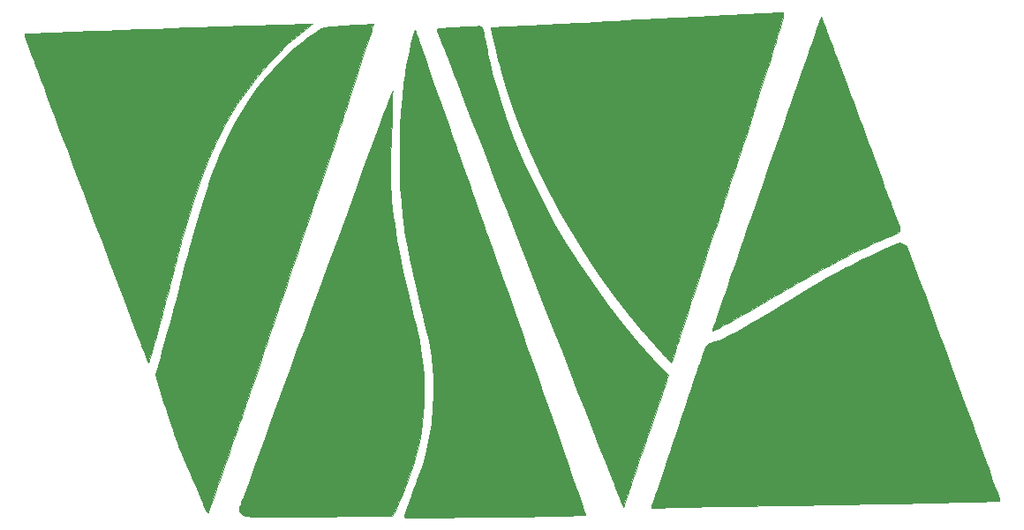
<source format=gbr>
G04 #@! TF.GenerationSoftware,KiCad,Pcbnew,5.0.0-fee4fd1~66~ubuntu16.04.1*
G04 #@! TF.CreationDate,2018-10-06T10:52:46+08:00*
G04 #@! TF.ProjectId,corners,636F726E6572732E6B696361645F7063,rev?*
G04 #@! TF.SameCoordinates,Original*
G04 #@! TF.FileFunction,Copper,L2,Bot,Signal*
G04 #@! TF.FilePolarity,Positive*
%FSLAX46Y46*%
G04 Gerber Fmt 4.6, Leading zero omitted, Abs format (unit mm)*
G04 Created by KiCad (PCBNEW 5.0.0-fee4fd1~66~ubuntu16.04.1) date Sat Oct  6 10:52:46 2018*
%MOMM*%
%LPD*%
G01*
G04 APERTURE LIST*
G04 #@! TA.AperFunction,EtchedComponent*
%ADD10C,0.010000*%
G04 #@! TD*
G04 APERTURE END LIST*
D10*
G04 #@! TO.C,*
G36*
X172884839Y-50821194D02*
X172904344Y-50865824D01*
X172951582Y-50985774D01*
X173025022Y-51176915D01*
X173123133Y-51435118D01*
X173244383Y-51756254D01*
X173387242Y-52136195D01*
X173550179Y-52570813D01*
X173731662Y-53055977D01*
X173930162Y-53587560D01*
X174144146Y-54161432D01*
X174372085Y-54773465D01*
X174612446Y-55419530D01*
X174863699Y-56095499D01*
X175124314Y-56797242D01*
X175392758Y-57520630D01*
X175667501Y-58261536D01*
X175947012Y-59015829D01*
X176229761Y-59779382D01*
X176514215Y-60548066D01*
X176798845Y-61317751D01*
X177082119Y-62084310D01*
X177362506Y-62843613D01*
X177638475Y-63591531D01*
X177908496Y-64323936D01*
X178171037Y-65036699D01*
X178424567Y-65725690D01*
X178667555Y-66386783D01*
X178898471Y-67015847D01*
X179115783Y-67608753D01*
X179317960Y-68161374D01*
X179503472Y-68669580D01*
X179523550Y-68724667D01*
X179657767Y-69090520D01*
X179788545Y-69442425D01*
X179911876Y-69769917D01*
X180023749Y-70062532D01*
X180120152Y-70309804D01*
X180197076Y-70501269D01*
X180250511Y-70626461D01*
X180260755Y-70648292D01*
X180363824Y-70903467D01*
X180400740Y-71118954D01*
X180368220Y-71300661D01*
X180262979Y-71454494D01*
X180081733Y-71586361D01*
X179821200Y-71702169D01*
X179642000Y-71761438D01*
X179426095Y-71835831D01*
X179142929Y-71947925D01*
X178799295Y-72094375D01*
X178401984Y-72271836D01*
X177957786Y-72476962D01*
X177473493Y-72706407D01*
X176955898Y-72956827D01*
X176411789Y-73224876D01*
X175847961Y-73507208D01*
X175271202Y-73800479D01*
X174688306Y-74101343D01*
X174106063Y-74406454D01*
X173531264Y-74712467D01*
X172970701Y-75016038D01*
X172436960Y-75310588D01*
X172197480Y-75444937D01*
X171892731Y-75617243D01*
X171530660Y-75822952D01*
X171119218Y-76057511D01*
X170666355Y-76316365D01*
X170180021Y-76594960D01*
X169668165Y-76888742D01*
X169138737Y-77193157D01*
X168599686Y-77503651D01*
X168058963Y-77815669D01*
X167524518Y-78124658D01*
X167511031Y-78132464D01*
X166745467Y-78574691D01*
X166037436Y-78981921D01*
X165388277Y-79353410D01*
X164799329Y-79688414D01*
X164271930Y-79986192D01*
X163807421Y-80245999D01*
X163407140Y-80467093D01*
X163072426Y-80648729D01*
X162804619Y-80790166D01*
X162605059Y-80890660D01*
X162475083Y-80949467D01*
X162416032Y-80965844D01*
X162412333Y-80962015D01*
X162426032Y-80913126D01*
X162466347Y-80787758D01*
X162532107Y-80589293D01*
X162622143Y-80321113D01*
X162735282Y-79986600D01*
X162870354Y-79589137D01*
X163026188Y-79132106D01*
X163201614Y-78618888D01*
X163395459Y-78052867D01*
X163606554Y-77437423D01*
X163833728Y-76775940D01*
X164075808Y-76071799D01*
X164331626Y-75328383D01*
X164600009Y-74549073D01*
X164879787Y-73737252D01*
X165169789Y-72896302D01*
X165468844Y-72029605D01*
X165775782Y-71140543D01*
X166089430Y-70232498D01*
X166408619Y-69308853D01*
X166732177Y-68372990D01*
X167058934Y-67428290D01*
X167387718Y-66478137D01*
X167717360Y-65525911D01*
X168046687Y-64574995D01*
X168374529Y-63628772D01*
X168699715Y-62690623D01*
X169021074Y-61763931D01*
X169337436Y-60852078D01*
X169647629Y-59958445D01*
X169950482Y-59086416D01*
X170244825Y-58239371D01*
X170529487Y-57420694D01*
X170803297Y-56633767D01*
X171065083Y-55881971D01*
X171313675Y-55168688D01*
X171547903Y-54497302D01*
X171766594Y-53871193D01*
X171968579Y-53293745D01*
X172152687Y-52768339D01*
X172317745Y-52298357D01*
X172462585Y-51887182D01*
X172586034Y-51538196D01*
X172686922Y-51254780D01*
X172764078Y-51040318D01*
X172816330Y-50898190D01*
X172842509Y-50831780D01*
X172845014Y-50827208D01*
X172883700Y-50820063D01*
X172884839Y-50821194D01*
X172884839Y-50821194D01*
G37*
X172884839Y-50821194D02*
X172904344Y-50865824D01*
X172951582Y-50985774D01*
X173025022Y-51176915D01*
X173123133Y-51435118D01*
X173244383Y-51756254D01*
X173387242Y-52136195D01*
X173550179Y-52570813D01*
X173731662Y-53055977D01*
X173930162Y-53587560D01*
X174144146Y-54161432D01*
X174372085Y-54773465D01*
X174612446Y-55419530D01*
X174863699Y-56095499D01*
X175124314Y-56797242D01*
X175392758Y-57520630D01*
X175667501Y-58261536D01*
X175947012Y-59015829D01*
X176229761Y-59779382D01*
X176514215Y-60548066D01*
X176798845Y-61317751D01*
X177082119Y-62084310D01*
X177362506Y-62843613D01*
X177638475Y-63591531D01*
X177908496Y-64323936D01*
X178171037Y-65036699D01*
X178424567Y-65725690D01*
X178667555Y-66386783D01*
X178898471Y-67015847D01*
X179115783Y-67608753D01*
X179317960Y-68161374D01*
X179503472Y-68669580D01*
X179523550Y-68724667D01*
X179657767Y-69090520D01*
X179788545Y-69442425D01*
X179911876Y-69769917D01*
X180023749Y-70062532D01*
X180120152Y-70309804D01*
X180197076Y-70501269D01*
X180250511Y-70626461D01*
X180260755Y-70648292D01*
X180363824Y-70903467D01*
X180400740Y-71118954D01*
X180368220Y-71300661D01*
X180262979Y-71454494D01*
X180081733Y-71586361D01*
X179821200Y-71702169D01*
X179642000Y-71761438D01*
X179426095Y-71835831D01*
X179142929Y-71947925D01*
X178799295Y-72094375D01*
X178401984Y-72271836D01*
X177957786Y-72476962D01*
X177473493Y-72706407D01*
X176955898Y-72956827D01*
X176411789Y-73224876D01*
X175847961Y-73507208D01*
X175271202Y-73800479D01*
X174688306Y-74101343D01*
X174106063Y-74406454D01*
X173531264Y-74712467D01*
X172970701Y-75016038D01*
X172436960Y-75310588D01*
X172197480Y-75444937D01*
X171892731Y-75617243D01*
X171530660Y-75822952D01*
X171119218Y-76057511D01*
X170666355Y-76316365D01*
X170180021Y-76594960D01*
X169668165Y-76888742D01*
X169138737Y-77193157D01*
X168599686Y-77503651D01*
X168058963Y-77815669D01*
X167524518Y-78124658D01*
X167511031Y-78132464D01*
X166745467Y-78574691D01*
X166037436Y-78981921D01*
X165388277Y-79353410D01*
X164799329Y-79688414D01*
X164271930Y-79986192D01*
X163807421Y-80245999D01*
X163407140Y-80467093D01*
X163072426Y-80648729D01*
X162804619Y-80790166D01*
X162605059Y-80890660D01*
X162475083Y-80949467D01*
X162416032Y-80965844D01*
X162412333Y-80962015D01*
X162426032Y-80913126D01*
X162466347Y-80787758D01*
X162532107Y-80589293D01*
X162622143Y-80321113D01*
X162735282Y-79986600D01*
X162870354Y-79589137D01*
X163026188Y-79132106D01*
X163201614Y-78618888D01*
X163395459Y-78052867D01*
X163606554Y-77437423D01*
X163833728Y-76775940D01*
X164075808Y-76071799D01*
X164331626Y-75328383D01*
X164600009Y-74549073D01*
X164879787Y-73737252D01*
X165169789Y-72896302D01*
X165468844Y-72029605D01*
X165775782Y-71140543D01*
X166089430Y-70232498D01*
X166408619Y-69308853D01*
X166732177Y-68372990D01*
X167058934Y-67428290D01*
X167387718Y-66478137D01*
X167717360Y-65525911D01*
X168046687Y-64574995D01*
X168374529Y-63628772D01*
X168699715Y-62690623D01*
X169021074Y-61763931D01*
X169337436Y-60852078D01*
X169647629Y-59958445D01*
X169950482Y-59086416D01*
X170244825Y-58239371D01*
X170529487Y-57420694D01*
X170803297Y-56633767D01*
X171065083Y-55881971D01*
X171313675Y-55168688D01*
X171547903Y-54497302D01*
X171766594Y-53871193D01*
X171968579Y-53293745D01*
X172152687Y-52768339D01*
X172317745Y-52298357D01*
X172462585Y-51887182D01*
X172586034Y-51538196D01*
X172686922Y-51254780D01*
X172764078Y-51040318D01*
X172816330Y-50898190D01*
X172842509Y-50831780D01*
X172845014Y-50827208D01*
X172883700Y-50820063D01*
X172884839Y-50821194D01*
G36*
X169172563Y-50390178D02*
X169227285Y-50459885D01*
X169243094Y-50583966D01*
X169242286Y-50636272D01*
X169227789Y-50720445D01*
X169188169Y-50881059D01*
X169124686Y-51114102D01*
X169038600Y-51415564D01*
X168931171Y-51781434D01*
X168803660Y-52207702D01*
X168657327Y-52690357D01*
X168493431Y-53225388D01*
X168313234Y-53808785D01*
X168117994Y-54436536D01*
X167908973Y-55104632D01*
X167687431Y-55809061D01*
X167454627Y-56545813D01*
X167211822Y-57310877D01*
X166960276Y-58100242D01*
X166701249Y-58909898D01*
X166436001Y-59735834D01*
X166165793Y-60574039D01*
X165891885Y-61420504D01*
X165615536Y-62271216D01*
X165338008Y-63122165D01*
X165060559Y-63969341D01*
X164889003Y-64491333D01*
X164820775Y-64698618D01*
X164728140Y-64980015D01*
X164613175Y-65329218D01*
X164477957Y-65739920D01*
X164324561Y-66205814D01*
X164155066Y-66720595D01*
X163971546Y-67277956D01*
X163776079Y-67871590D01*
X163570741Y-68495191D01*
X163357608Y-69142453D01*
X163138757Y-69807070D01*
X162916265Y-70482734D01*
X162692208Y-71163140D01*
X162672715Y-71222333D01*
X162304248Y-72341439D01*
X161961045Y-73384194D01*
X161641785Y-74354633D01*
X161345147Y-75256791D01*
X161069810Y-76094701D01*
X160814453Y-76872397D01*
X160577757Y-77593915D01*
X160358399Y-78263289D01*
X160155059Y-78884552D01*
X159966416Y-79461739D01*
X159791150Y-79998885D01*
X159627939Y-80500024D01*
X159475464Y-80969190D01*
X159332402Y-81410417D01*
X159197434Y-81827740D01*
X159069239Y-82225194D01*
X158996627Y-82450816D01*
X158884996Y-82796134D01*
X158780830Y-83114843D01*
X158687057Y-83398241D01*
X158606607Y-83637628D01*
X158542412Y-83824302D01*
X158497400Y-83949562D01*
X158474502Y-84004707D01*
X158472754Y-84006566D01*
X158438203Y-83976962D01*
X158355635Y-83894123D01*
X158234028Y-83767425D01*
X158082361Y-83606244D01*
X157909611Y-83419956D01*
X157875225Y-83382583D01*
X157484899Y-82955940D01*
X157135890Y-82569995D01*
X156810513Y-82204724D01*
X156491085Y-81840101D01*
X156159919Y-81456102D01*
X155799333Y-81032703D01*
X155784327Y-81014995D01*
X154306279Y-79212961D01*
X152891554Y-77371504D01*
X151541996Y-75493992D01*
X150259448Y-73583790D01*
X149045753Y-71644266D01*
X147902756Y-69678786D01*
X146832297Y-67690719D01*
X145836222Y-65683431D01*
X144916374Y-63660289D01*
X144074595Y-61624660D01*
X143312729Y-59579910D01*
X142632619Y-57529408D01*
X142277307Y-56342167D01*
X142188242Y-56025094D01*
X142093044Y-55673432D01*
X141993720Y-55295671D01*
X141892281Y-54900304D01*
X141790735Y-54495821D01*
X141691090Y-54090715D01*
X141595356Y-53693477D01*
X141505542Y-53312598D01*
X141423655Y-52956571D01*
X141351705Y-52633886D01*
X141291701Y-52353036D01*
X141245652Y-52122512D01*
X141215566Y-51950805D01*
X141203452Y-51846407D01*
X141206980Y-51817691D01*
X141251810Y-51812227D01*
X141371715Y-51803590D01*
X141557186Y-51792307D01*
X141798714Y-51778907D01*
X142086788Y-51763916D01*
X142411899Y-51747861D01*
X142764537Y-51731270D01*
X142769667Y-51731035D01*
X143344055Y-51704359D01*
X143941213Y-51675992D01*
X144566450Y-51645659D01*
X145225077Y-51613086D01*
X145922403Y-51577999D01*
X146663740Y-51540123D01*
X147454397Y-51499184D01*
X148299685Y-51454907D01*
X149204915Y-51407019D01*
X150175396Y-51355245D01*
X151216439Y-51299311D01*
X152333355Y-51238942D01*
X153077833Y-51198538D01*
X154152158Y-51140194D01*
X155147289Y-51086248D01*
X156068570Y-51036418D01*
X156921345Y-50990420D01*
X157710956Y-50947973D01*
X158442747Y-50908794D01*
X159122062Y-50872599D01*
X159754243Y-50839106D01*
X160344636Y-50808033D01*
X160898582Y-50779096D01*
X161421426Y-50752013D01*
X161918511Y-50726501D01*
X162395180Y-50702277D01*
X162856778Y-50679059D01*
X163308646Y-50656563D01*
X163491833Y-50647509D01*
X163965465Y-50624142D01*
X164493069Y-50598107D01*
X165050298Y-50570606D01*
X165612804Y-50542842D01*
X166156240Y-50516014D01*
X166656256Y-50491326D01*
X166963167Y-50476169D01*
X167343633Y-50457129D01*
X167706047Y-50438519D01*
X168039750Y-50420922D01*
X168334079Y-50404918D01*
X168578375Y-50391091D01*
X168761977Y-50380023D01*
X168874223Y-50372294D01*
X168889333Y-50371004D01*
X169064667Y-50364124D01*
X169172563Y-50390178D01*
X169172563Y-50390178D01*
G37*
X169172563Y-50390178D02*
X169227285Y-50459885D01*
X169243094Y-50583966D01*
X169242286Y-50636272D01*
X169227789Y-50720445D01*
X169188169Y-50881059D01*
X169124686Y-51114102D01*
X169038600Y-51415564D01*
X168931171Y-51781434D01*
X168803660Y-52207702D01*
X168657327Y-52690357D01*
X168493431Y-53225388D01*
X168313234Y-53808785D01*
X168117994Y-54436536D01*
X167908973Y-55104632D01*
X167687431Y-55809061D01*
X167454627Y-56545813D01*
X167211822Y-57310877D01*
X166960276Y-58100242D01*
X166701249Y-58909898D01*
X166436001Y-59735834D01*
X166165793Y-60574039D01*
X165891885Y-61420504D01*
X165615536Y-62271216D01*
X165338008Y-63122165D01*
X165060559Y-63969341D01*
X164889003Y-64491333D01*
X164820775Y-64698618D01*
X164728140Y-64980015D01*
X164613175Y-65329218D01*
X164477957Y-65739920D01*
X164324561Y-66205814D01*
X164155066Y-66720595D01*
X163971546Y-67277956D01*
X163776079Y-67871590D01*
X163570741Y-68495191D01*
X163357608Y-69142453D01*
X163138757Y-69807070D01*
X162916265Y-70482734D01*
X162692208Y-71163140D01*
X162672715Y-71222333D01*
X162304248Y-72341439D01*
X161961045Y-73384194D01*
X161641785Y-74354633D01*
X161345147Y-75256791D01*
X161069810Y-76094701D01*
X160814453Y-76872397D01*
X160577757Y-77593915D01*
X160358399Y-78263289D01*
X160155059Y-78884552D01*
X159966416Y-79461739D01*
X159791150Y-79998885D01*
X159627939Y-80500024D01*
X159475464Y-80969190D01*
X159332402Y-81410417D01*
X159197434Y-81827740D01*
X159069239Y-82225194D01*
X158996627Y-82450816D01*
X158884996Y-82796134D01*
X158780830Y-83114843D01*
X158687057Y-83398241D01*
X158606607Y-83637628D01*
X158542412Y-83824302D01*
X158497400Y-83949562D01*
X158474502Y-84004707D01*
X158472754Y-84006566D01*
X158438203Y-83976962D01*
X158355635Y-83894123D01*
X158234028Y-83767425D01*
X158082361Y-83606244D01*
X157909611Y-83419956D01*
X157875225Y-83382583D01*
X157484899Y-82955940D01*
X157135890Y-82569995D01*
X156810513Y-82204724D01*
X156491085Y-81840101D01*
X156159919Y-81456102D01*
X155799333Y-81032703D01*
X155784327Y-81014995D01*
X154306279Y-79212961D01*
X152891554Y-77371504D01*
X151541996Y-75493992D01*
X150259448Y-73583790D01*
X149045753Y-71644266D01*
X147902756Y-69678786D01*
X146832297Y-67690719D01*
X145836222Y-65683431D01*
X144916374Y-63660289D01*
X144074595Y-61624660D01*
X143312729Y-59579910D01*
X142632619Y-57529408D01*
X142277307Y-56342167D01*
X142188242Y-56025094D01*
X142093044Y-55673432D01*
X141993720Y-55295671D01*
X141892281Y-54900304D01*
X141790735Y-54495821D01*
X141691090Y-54090715D01*
X141595356Y-53693477D01*
X141505542Y-53312598D01*
X141423655Y-52956571D01*
X141351705Y-52633886D01*
X141291701Y-52353036D01*
X141245652Y-52122512D01*
X141215566Y-51950805D01*
X141203452Y-51846407D01*
X141206980Y-51817691D01*
X141251810Y-51812227D01*
X141371715Y-51803590D01*
X141557186Y-51792307D01*
X141798714Y-51778907D01*
X142086788Y-51763916D01*
X142411899Y-51747861D01*
X142764537Y-51731270D01*
X142769667Y-51731035D01*
X143344055Y-51704359D01*
X143941213Y-51675992D01*
X144566450Y-51645659D01*
X145225077Y-51613086D01*
X145922403Y-51577999D01*
X146663740Y-51540123D01*
X147454397Y-51499184D01*
X148299685Y-51454907D01*
X149204915Y-51407019D01*
X150175396Y-51355245D01*
X151216439Y-51299311D01*
X152333355Y-51238942D01*
X153077833Y-51198538D01*
X154152158Y-51140194D01*
X155147289Y-51086248D01*
X156068570Y-51036418D01*
X156921345Y-50990420D01*
X157710956Y-50947973D01*
X158442747Y-50908794D01*
X159122062Y-50872599D01*
X159754243Y-50839106D01*
X160344636Y-50808033D01*
X160898582Y-50779096D01*
X161421426Y-50752013D01*
X161918511Y-50726501D01*
X162395180Y-50702277D01*
X162856778Y-50679059D01*
X163308646Y-50656563D01*
X163491833Y-50647509D01*
X163965465Y-50624142D01*
X164493069Y-50598107D01*
X165050298Y-50570606D01*
X165612804Y-50542842D01*
X166156240Y-50516014D01*
X166656256Y-50491326D01*
X166963167Y-50476169D01*
X167343633Y-50457129D01*
X167706047Y-50438519D01*
X168039750Y-50420922D01*
X168334079Y-50404918D01*
X168578375Y-50391091D01*
X168761977Y-50380023D01*
X168874223Y-50372294D01*
X168889333Y-50371004D01*
X169064667Y-50364124D01*
X169172563Y-50390178D01*
G36*
X124044908Y-51470985D02*
X124048315Y-51471594D01*
X124019785Y-51499088D01*
X123933716Y-51569488D01*
X123800236Y-51674809D01*
X123629472Y-51807068D01*
X123431553Y-51958282D01*
X123413315Y-51972123D01*
X122962004Y-52321469D01*
X122544539Y-52660637D01*
X122142868Y-53005477D01*
X121738941Y-53371843D01*
X121314708Y-53775586D01*
X120944191Y-54140512D01*
X119832486Y-55308724D01*
X118777968Y-56539271D01*
X117780870Y-57831839D01*
X116841428Y-59186114D01*
X115959873Y-60601783D01*
X115418906Y-61553118D01*
X114989646Y-62377727D01*
X114562246Y-63282665D01*
X114136497Y-64268492D01*
X113712193Y-65335764D01*
X113289126Y-66485042D01*
X112867089Y-67716882D01*
X112445875Y-69031843D01*
X112025276Y-70430484D01*
X111702768Y-71561000D01*
X111629106Y-71825525D01*
X111559855Y-72075629D01*
X111493034Y-72318819D01*
X111426665Y-72562602D01*
X111358767Y-72814485D01*
X111287360Y-73081975D01*
X111210466Y-73372579D01*
X111126103Y-73693804D01*
X111032293Y-74053156D01*
X110927055Y-74458143D01*
X110808411Y-74916272D01*
X110674379Y-75435049D01*
X110522981Y-76021982D01*
X110379822Y-76577500D01*
X110245486Y-77097611D01*
X110107091Y-77630980D01*
X109967748Y-78165766D01*
X109830568Y-78690129D01*
X109698662Y-79192230D01*
X109575140Y-79660227D01*
X109463114Y-80082281D01*
X109365694Y-80446552D01*
X109285991Y-80741201D01*
X109282689Y-80753298D01*
X109188471Y-81095337D01*
X109087877Y-81455189D01*
X108983618Y-81823620D01*
X108878403Y-82191400D01*
X108774942Y-82549297D01*
X108675944Y-82888077D01*
X108584119Y-83198510D01*
X108502177Y-83471363D01*
X108432827Y-83697404D01*
X108378780Y-83867401D01*
X108342744Y-83972122D01*
X108329051Y-84002393D01*
X108302742Y-83985763D01*
X108290658Y-83960142D01*
X108271915Y-83910492D01*
X108225876Y-83789104D01*
X108155351Y-83603375D01*
X108063151Y-83360701D01*
X107952088Y-83068477D01*
X107824970Y-82734099D01*
X107684610Y-82364962D01*
X107533817Y-81968464D01*
X107439691Y-81721000D01*
X106671665Y-79701502D01*
X105933755Y-77760349D01*
X105225705Y-75896854D01*
X104547257Y-74110329D01*
X103898154Y-72400090D01*
X103278137Y-70765449D01*
X102686950Y-69205719D01*
X102124335Y-67720215D01*
X101590034Y-66308250D01*
X101083791Y-64969138D01*
X100605347Y-63702191D01*
X100154445Y-62506724D01*
X99730828Y-61382049D01*
X99334237Y-60327482D01*
X98964417Y-59342334D01*
X98621109Y-58425920D01*
X98304055Y-57577553D01*
X98012999Y-56796547D01*
X97747682Y-56082215D01*
X97507848Y-55433871D01*
X97293238Y-54850828D01*
X97103596Y-54332400D01*
X96938663Y-53877901D01*
X96798183Y-53486643D01*
X96681898Y-53157940D01*
X96589550Y-52891107D01*
X96520882Y-52685456D01*
X96475636Y-52540301D01*
X96453556Y-52454955D01*
X96452836Y-52428907D01*
X96500875Y-52423273D01*
X96626956Y-52415000D01*
X96824507Y-52404376D01*
X97086954Y-52391688D01*
X97407724Y-52377223D01*
X97780243Y-52361268D01*
X98197938Y-52344110D01*
X98654236Y-52326037D01*
X99142564Y-52307335D01*
X99656347Y-52288293D01*
X99746207Y-52285026D01*
X100361414Y-52262693D01*
X101026049Y-52238514D01*
X101723706Y-52213088D01*
X102437978Y-52187017D01*
X103152458Y-52160898D01*
X103850741Y-52135333D01*
X104516420Y-52110921D01*
X105133088Y-52088262D01*
X105684339Y-52067956D01*
X105770333Y-52064782D01*
X107427808Y-52003941D01*
X109005026Y-51946772D01*
X110506308Y-51893127D01*
X111935978Y-51842859D01*
X113298359Y-51795819D01*
X114597772Y-51751861D01*
X115838541Y-51710836D01*
X117024989Y-51672598D01*
X118161438Y-51636997D01*
X119252211Y-51603888D01*
X119359333Y-51600696D01*
X119837764Y-51586464D01*
X120333277Y-51571716D01*
X120831102Y-51556891D01*
X121316472Y-51542431D01*
X121774617Y-51528775D01*
X122190769Y-51516363D01*
X122550158Y-51505636D01*
X122809500Y-51497886D01*
X123122676Y-51488875D01*
X123407134Y-51481375D01*
X123652231Y-51475609D01*
X123847322Y-51471805D01*
X123981762Y-51470188D01*
X124044908Y-51470985D01*
X124044908Y-51470985D01*
G37*
X124044908Y-51470985D02*
X124048315Y-51471594D01*
X124019785Y-51499088D01*
X123933716Y-51569488D01*
X123800236Y-51674809D01*
X123629472Y-51807068D01*
X123431553Y-51958282D01*
X123413315Y-51972123D01*
X122962004Y-52321469D01*
X122544539Y-52660637D01*
X122142868Y-53005477D01*
X121738941Y-53371843D01*
X121314708Y-53775586D01*
X120944191Y-54140512D01*
X119832486Y-55308724D01*
X118777968Y-56539271D01*
X117780870Y-57831839D01*
X116841428Y-59186114D01*
X115959873Y-60601783D01*
X115418906Y-61553118D01*
X114989646Y-62377727D01*
X114562246Y-63282665D01*
X114136497Y-64268492D01*
X113712193Y-65335764D01*
X113289126Y-66485042D01*
X112867089Y-67716882D01*
X112445875Y-69031843D01*
X112025276Y-70430484D01*
X111702768Y-71561000D01*
X111629106Y-71825525D01*
X111559855Y-72075629D01*
X111493034Y-72318819D01*
X111426665Y-72562602D01*
X111358767Y-72814485D01*
X111287360Y-73081975D01*
X111210466Y-73372579D01*
X111126103Y-73693804D01*
X111032293Y-74053156D01*
X110927055Y-74458143D01*
X110808411Y-74916272D01*
X110674379Y-75435049D01*
X110522981Y-76021982D01*
X110379822Y-76577500D01*
X110245486Y-77097611D01*
X110107091Y-77630980D01*
X109967748Y-78165766D01*
X109830568Y-78690129D01*
X109698662Y-79192230D01*
X109575140Y-79660227D01*
X109463114Y-80082281D01*
X109365694Y-80446552D01*
X109285991Y-80741201D01*
X109282689Y-80753298D01*
X109188471Y-81095337D01*
X109087877Y-81455189D01*
X108983618Y-81823620D01*
X108878403Y-82191400D01*
X108774942Y-82549297D01*
X108675944Y-82888077D01*
X108584119Y-83198510D01*
X108502177Y-83471363D01*
X108432827Y-83697404D01*
X108378780Y-83867401D01*
X108342744Y-83972122D01*
X108329051Y-84002393D01*
X108302742Y-83985763D01*
X108290658Y-83960142D01*
X108271915Y-83910492D01*
X108225876Y-83789104D01*
X108155351Y-83603375D01*
X108063151Y-83360701D01*
X107952088Y-83068477D01*
X107824970Y-82734099D01*
X107684610Y-82364962D01*
X107533817Y-81968464D01*
X107439691Y-81721000D01*
X106671665Y-79701502D01*
X105933755Y-77760349D01*
X105225705Y-75896854D01*
X104547257Y-74110329D01*
X103898154Y-72400090D01*
X103278137Y-70765449D01*
X102686950Y-69205719D01*
X102124335Y-67720215D01*
X101590034Y-66308250D01*
X101083791Y-64969138D01*
X100605347Y-63702191D01*
X100154445Y-62506724D01*
X99730828Y-61382049D01*
X99334237Y-60327482D01*
X98964417Y-59342334D01*
X98621109Y-58425920D01*
X98304055Y-57577553D01*
X98012999Y-56796547D01*
X97747682Y-56082215D01*
X97507848Y-55433871D01*
X97293238Y-54850828D01*
X97103596Y-54332400D01*
X96938663Y-53877901D01*
X96798183Y-53486643D01*
X96681898Y-53157940D01*
X96589550Y-52891107D01*
X96520882Y-52685456D01*
X96475636Y-52540301D01*
X96453556Y-52454955D01*
X96452836Y-52428907D01*
X96500875Y-52423273D01*
X96626956Y-52415000D01*
X96824507Y-52404376D01*
X97086954Y-52391688D01*
X97407724Y-52377223D01*
X97780243Y-52361268D01*
X98197938Y-52344110D01*
X98654236Y-52326037D01*
X99142564Y-52307335D01*
X99656347Y-52288293D01*
X99746207Y-52285026D01*
X100361414Y-52262693D01*
X101026049Y-52238514D01*
X101723706Y-52213088D01*
X102437978Y-52187017D01*
X103152458Y-52160898D01*
X103850741Y-52135333D01*
X104516420Y-52110921D01*
X105133088Y-52088262D01*
X105684339Y-52067956D01*
X105770333Y-52064782D01*
X107427808Y-52003941D01*
X109005026Y-51946772D01*
X110506308Y-51893127D01*
X111935978Y-51842859D01*
X113298359Y-51795819D01*
X114597772Y-51751861D01*
X115838541Y-51710836D01*
X117024989Y-51672598D01*
X118161438Y-51636997D01*
X119252211Y-51603888D01*
X119359333Y-51600696D01*
X119837764Y-51586464D01*
X120333277Y-51571716D01*
X120831102Y-51556891D01*
X121316472Y-51542431D01*
X121774617Y-51528775D01*
X122190769Y-51516363D01*
X122550158Y-51505636D01*
X122809500Y-51497886D01*
X123122676Y-51488875D01*
X123407134Y-51481375D01*
X123652231Y-51475609D01*
X123847322Y-51471805D01*
X123981762Y-51470188D01*
X124044908Y-51470985D01*
G36*
X140148980Y-51687828D02*
X140233553Y-51699860D01*
X140234998Y-51700390D01*
X140335531Y-51778813D01*
X140366858Y-51862372D01*
X140385468Y-51960553D01*
X140419325Y-52129891D01*
X140465989Y-52358746D01*
X140523019Y-52635477D01*
X140587973Y-52948442D01*
X140658412Y-53286000D01*
X140731894Y-53636511D01*
X140805979Y-53988334D01*
X140878226Y-54329827D01*
X140946194Y-54649350D01*
X141007443Y-54935261D01*
X141059531Y-55175920D01*
X141100018Y-55359686D01*
X141101991Y-55368500D01*
X141191837Y-55746193D01*
X141306094Y-56189612D01*
X141440633Y-56684773D01*
X141591320Y-57217692D01*
X141754025Y-57774385D01*
X141924615Y-58340868D01*
X142098960Y-58903157D01*
X142272927Y-59447268D01*
X142442385Y-59959217D01*
X142557730Y-60295604D01*
X143331137Y-62387089D01*
X144186777Y-64463159D01*
X145123241Y-66521543D01*
X146139121Y-68559968D01*
X147233010Y-70576162D01*
X148403499Y-72567855D01*
X149649180Y-74532773D01*
X150968645Y-76468645D01*
X152360486Y-78373199D01*
X153823296Y-80244163D01*
X155355666Y-82079265D01*
X156956187Y-83876234D01*
X157601502Y-84569347D01*
X158191468Y-85195194D01*
X158072894Y-85585347D01*
X158022005Y-85747587D01*
X157948553Y-85973535D01*
X157852032Y-86264677D01*
X157731934Y-86622498D01*
X157587752Y-87048486D01*
X157418979Y-87544126D01*
X157225108Y-88110905D01*
X157005631Y-88750309D01*
X156760042Y-89463824D01*
X156487833Y-90252936D01*
X156188497Y-91119132D01*
X155902872Y-91944500D01*
X155716305Y-92484063D01*
X155527325Y-93032009D01*
X155339348Y-93578353D01*
X155155790Y-94113105D01*
X154980068Y-94626280D01*
X154815598Y-95107888D01*
X154665796Y-95547944D01*
X154534078Y-95936459D01*
X154423861Y-96263446D01*
X154349898Y-96484750D01*
X154242424Y-96806973D01*
X154143197Y-97102093D01*
X154055383Y-97360873D01*
X153982150Y-97574077D01*
X153926665Y-97732469D01*
X153892095Y-97826812D01*
X153881719Y-97850000D01*
X153860926Y-97813458D01*
X153818216Y-97716119D01*
X153761537Y-97576410D01*
X153740258Y-97521917D01*
X153700492Y-97419993D01*
X153632971Y-97247976D01*
X153541098Y-97014494D01*
X153428276Y-96728179D01*
X153297909Y-96397660D01*
X153153400Y-96031569D01*
X152998152Y-95638536D01*
X152835569Y-95227190D01*
X152759505Y-95034833D01*
X152165991Y-93532422D01*
X151543923Y-91954422D01*
X150893183Y-90300532D01*
X150213655Y-88570455D01*
X149505221Y-86763890D01*
X148767765Y-84880538D01*
X148001169Y-82920100D01*
X147205316Y-80882277D01*
X146380090Y-78766769D01*
X145525373Y-76573277D01*
X144641048Y-74301501D01*
X143726999Y-71951143D01*
X142783107Y-69521903D01*
X142761201Y-69465500D01*
X142146033Y-67881460D01*
X141561418Y-66375844D01*
X141007175Y-64948185D01*
X140483122Y-63598014D01*
X139989079Y-62324865D01*
X139524864Y-61128269D01*
X139090298Y-60007760D01*
X138685198Y-58962869D01*
X138309383Y-57993129D01*
X137962674Y-57098072D01*
X137644888Y-56277231D01*
X137355846Y-55530138D01*
X137095365Y-54856325D01*
X136863265Y-54255326D01*
X136659365Y-53726672D01*
X136483483Y-53269896D01*
X136335440Y-52884530D01*
X136215054Y-52570106D01*
X136122143Y-52326158D01*
X136056528Y-52152216D01*
X136018027Y-52047815D01*
X136006521Y-52013583D01*
X136006805Y-51941143D01*
X136065118Y-51918670D01*
X136086648Y-51918101D01*
X136156536Y-51914497D01*
X136297348Y-51904522D01*
X136495669Y-51889225D01*
X136738082Y-51869656D01*
X137011171Y-51846864D01*
X137160500Y-51834117D01*
X137577475Y-51800151D01*
X137995204Y-51769657D01*
X138404265Y-51743044D01*
X138795236Y-51720723D01*
X139158696Y-51703102D01*
X139485222Y-51690593D01*
X139765393Y-51683604D01*
X139989786Y-51682546D01*
X140148980Y-51687828D01*
X140148980Y-51687828D01*
G37*
X140148980Y-51687828D02*
X140233553Y-51699860D01*
X140234998Y-51700390D01*
X140335531Y-51778813D01*
X140366858Y-51862372D01*
X140385468Y-51960553D01*
X140419325Y-52129891D01*
X140465989Y-52358746D01*
X140523019Y-52635477D01*
X140587973Y-52948442D01*
X140658412Y-53286000D01*
X140731894Y-53636511D01*
X140805979Y-53988334D01*
X140878226Y-54329827D01*
X140946194Y-54649350D01*
X141007443Y-54935261D01*
X141059531Y-55175920D01*
X141100018Y-55359686D01*
X141101991Y-55368500D01*
X141191837Y-55746193D01*
X141306094Y-56189612D01*
X141440633Y-56684773D01*
X141591320Y-57217692D01*
X141754025Y-57774385D01*
X141924615Y-58340868D01*
X142098960Y-58903157D01*
X142272927Y-59447268D01*
X142442385Y-59959217D01*
X142557730Y-60295604D01*
X143331137Y-62387089D01*
X144186777Y-64463159D01*
X145123241Y-66521543D01*
X146139121Y-68559968D01*
X147233010Y-70576162D01*
X148403499Y-72567855D01*
X149649180Y-74532773D01*
X150968645Y-76468645D01*
X152360486Y-78373199D01*
X153823296Y-80244163D01*
X155355666Y-82079265D01*
X156956187Y-83876234D01*
X157601502Y-84569347D01*
X158191468Y-85195194D01*
X158072894Y-85585347D01*
X158022005Y-85747587D01*
X157948553Y-85973535D01*
X157852032Y-86264677D01*
X157731934Y-86622498D01*
X157587752Y-87048486D01*
X157418979Y-87544126D01*
X157225108Y-88110905D01*
X157005631Y-88750309D01*
X156760042Y-89463824D01*
X156487833Y-90252936D01*
X156188497Y-91119132D01*
X155902872Y-91944500D01*
X155716305Y-92484063D01*
X155527325Y-93032009D01*
X155339348Y-93578353D01*
X155155790Y-94113105D01*
X154980068Y-94626280D01*
X154815598Y-95107888D01*
X154665796Y-95547944D01*
X154534078Y-95936459D01*
X154423861Y-96263446D01*
X154349898Y-96484750D01*
X154242424Y-96806973D01*
X154143197Y-97102093D01*
X154055383Y-97360873D01*
X153982150Y-97574077D01*
X153926665Y-97732469D01*
X153892095Y-97826812D01*
X153881719Y-97850000D01*
X153860926Y-97813458D01*
X153818216Y-97716119D01*
X153761537Y-97576410D01*
X153740258Y-97521917D01*
X153700492Y-97419993D01*
X153632971Y-97247976D01*
X153541098Y-97014494D01*
X153428276Y-96728179D01*
X153297909Y-96397660D01*
X153153400Y-96031569D01*
X152998152Y-95638536D01*
X152835569Y-95227190D01*
X152759505Y-95034833D01*
X152165991Y-93532422D01*
X151543923Y-91954422D01*
X150893183Y-90300532D01*
X150213655Y-88570455D01*
X149505221Y-86763890D01*
X148767765Y-84880538D01*
X148001169Y-82920100D01*
X147205316Y-80882277D01*
X146380090Y-78766769D01*
X145525373Y-76573277D01*
X144641048Y-74301501D01*
X143726999Y-71951143D01*
X142783107Y-69521903D01*
X142761201Y-69465500D01*
X142146033Y-67881460D01*
X141561418Y-66375844D01*
X141007175Y-64948185D01*
X140483122Y-63598014D01*
X139989079Y-62324865D01*
X139524864Y-61128269D01*
X139090298Y-60007760D01*
X138685198Y-58962869D01*
X138309383Y-57993129D01*
X137962674Y-57098072D01*
X137644888Y-56277231D01*
X137355846Y-55530138D01*
X137095365Y-54856325D01*
X136863265Y-54255326D01*
X136659365Y-53726672D01*
X136483483Y-53269896D01*
X136335440Y-52884530D01*
X136215054Y-52570106D01*
X136122143Y-52326158D01*
X136056528Y-52152216D01*
X136018027Y-52047815D01*
X136006521Y-52013583D01*
X136006805Y-51941143D01*
X136065118Y-51918670D01*
X136086648Y-51918101D01*
X136156536Y-51914497D01*
X136297348Y-51904522D01*
X136495669Y-51889225D01*
X136738082Y-51869656D01*
X137011171Y-51846864D01*
X137160500Y-51834117D01*
X137577475Y-51800151D01*
X137995204Y-51769657D01*
X138404265Y-51743044D01*
X138795236Y-51720723D01*
X139158696Y-51703102D01*
X139485222Y-51690593D01*
X139765393Y-51683604D01*
X139989786Y-51682546D01*
X140148980Y-51687828D01*
G36*
X180703955Y-72636854D02*
X181060167Y-72769566D01*
X182107524Y-75604866D01*
X182452542Y-76539424D01*
X182802874Y-77489454D01*
X183157342Y-78451723D01*
X183514769Y-79422998D01*
X183873979Y-80400047D01*
X184233792Y-81379636D01*
X184593034Y-82358532D01*
X184950525Y-83333502D01*
X185305088Y-84301313D01*
X185655548Y-85258733D01*
X186000725Y-86202527D01*
X186339443Y-87129464D01*
X186670525Y-88036309D01*
X186992793Y-88919831D01*
X187305070Y-89776796D01*
X187606179Y-90603971D01*
X187894942Y-91398122D01*
X188170182Y-92156018D01*
X188430722Y-92874424D01*
X188675385Y-93550109D01*
X188902993Y-94179838D01*
X189112369Y-94760380D01*
X189302336Y-95288500D01*
X189471716Y-95760966D01*
X189619332Y-96174545D01*
X189744007Y-96526003D01*
X189844563Y-96812109D01*
X189919824Y-97029628D01*
X189968612Y-97175328D01*
X189989750Y-97245976D01*
X189990360Y-97252418D01*
X189940921Y-97260677D01*
X189809959Y-97270142D01*
X189600610Y-97280744D01*
X189316007Y-97292412D01*
X188959287Y-97305079D01*
X188533583Y-97318674D01*
X188042031Y-97333127D01*
X187487764Y-97348371D01*
X186873918Y-97364334D01*
X186203627Y-97380948D01*
X185480027Y-97398144D01*
X184706251Y-97415852D01*
X183885435Y-97434002D01*
X183020713Y-97452525D01*
X182115221Y-97471353D01*
X181172091Y-97490415D01*
X180194461Y-97509641D01*
X179185463Y-97528964D01*
X178148233Y-97548313D01*
X177085906Y-97567619D01*
X176001617Y-97586812D01*
X174898499Y-97605824D01*
X173779688Y-97624584D01*
X172648318Y-97643023D01*
X171577500Y-97659982D01*
X170464109Y-97677504D01*
X169367227Y-97695046D01*
X168291520Y-97712525D01*
X167241654Y-97729857D01*
X166222297Y-97746960D01*
X165238114Y-97763750D01*
X164293774Y-97780145D01*
X163393942Y-97796061D01*
X162543285Y-97811415D01*
X161746470Y-97826125D01*
X161008164Y-97840107D01*
X160333033Y-97853278D01*
X159725744Y-97865556D01*
X159190963Y-97876856D01*
X158733358Y-97887097D01*
X158496500Y-97892729D01*
X158042352Y-97903855D01*
X157665633Y-97913025D01*
X157359132Y-97920253D01*
X157115633Y-97925556D01*
X156927924Y-97928947D01*
X156788791Y-97930442D01*
X156691020Y-97930057D01*
X156627397Y-97927806D01*
X156590710Y-97923704D01*
X156573745Y-97917767D01*
X156569287Y-97910009D01*
X156570124Y-97900446D01*
X156570333Y-97896760D01*
X156583678Y-97847817D01*
X156621194Y-97730265D01*
X156679104Y-97555416D01*
X156753631Y-97334584D01*
X156840996Y-97079081D01*
X156913134Y-96870177D01*
X156967528Y-96711847D01*
X157046876Y-96478757D01*
X157149313Y-96176457D01*
X157272972Y-95810493D01*
X157415989Y-95386413D01*
X157576499Y-94909766D01*
X157752636Y-94386098D01*
X157942534Y-93820958D01*
X158144329Y-93219894D01*
X158356155Y-92588452D01*
X158576147Y-91932182D01*
X158802439Y-91256631D01*
X159033166Y-90567346D01*
X159195583Y-90081833D01*
X159426999Y-89390085D01*
X159654445Y-88710597D01*
X159876127Y-88048707D01*
X160090252Y-87409752D01*
X160295027Y-86799070D01*
X160488659Y-86222001D01*
X160669356Y-85683880D01*
X160835323Y-85190047D01*
X160984769Y-84745840D01*
X161115900Y-84356596D01*
X161226924Y-84027653D01*
X161316046Y-83764350D01*
X161381475Y-83572024D01*
X161413828Y-83477833D01*
X161499020Y-83228399D01*
X161573703Y-83003093D01*
X161633623Y-82815294D01*
X161674528Y-82678380D01*
X161692166Y-82605731D01*
X161692545Y-82600890D01*
X161725151Y-82511437D01*
X161809771Y-82397417D01*
X161926957Y-82279670D01*
X162057262Y-82179037D01*
X162120898Y-82141834D01*
X162232363Y-82095727D01*
X162399114Y-82039547D01*
X162593908Y-81982117D01*
X162704322Y-81952892D01*
X162904751Y-81900487D01*
X163094446Y-81847868D01*
X163245323Y-81802957D01*
X163301386Y-81784481D01*
X163433491Y-81728116D01*
X163635316Y-81627943D01*
X163904845Y-81485129D01*
X164240063Y-81300839D01*
X164638955Y-81076239D01*
X165099505Y-80812494D01*
X165619699Y-80510771D01*
X166197521Y-80172235D01*
X166830956Y-79798051D01*
X167517989Y-79389386D01*
X168256604Y-78947404D01*
X169044787Y-78473273D01*
X169482000Y-78209305D01*
X170275368Y-77730779D01*
X171003639Y-77293865D01*
X171673269Y-76894914D01*
X172290713Y-76530276D01*
X172862427Y-76196303D01*
X173394868Y-75889346D01*
X173894490Y-75605754D01*
X174367751Y-75341880D01*
X174821106Y-75094074D01*
X175261011Y-74858687D01*
X175693921Y-74632069D01*
X176126293Y-74410572D01*
X176564583Y-74190547D01*
X176784500Y-74081654D01*
X177548244Y-73711518D01*
X178270536Y-73374488D01*
X178943307Y-73074195D01*
X179558489Y-72814273D01*
X179920788Y-72669804D01*
X180347743Y-72504143D01*
X180703955Y-72636854D01*
X180703955Y-72636854D01*
G37*
X180703955Y-72636854D02*
X181060167Y-72769566D01*
X182107524Y-75604866D01*
X182452542Y-76539424D01*
X182802874Y-77489454D01*
X183157342Y-78451723D01*
X183514769Y-79422998D01*
X183873979Y-80400047D01*
X184233792Y-81379636D01*
X184593034Y-82358532D01*
X184950525Y-83333502D01*
X185305088Y-84301313D01*
X185655548Y-85258733D01*
X186000725Y-86202527D01*
X186339443Y-87129464D01*
X186670525Y-88036309D01*
X186992793Y-88919831D01*
X187305070Y-89776796D01*
X187606179Y-90603971D01*
X187894942Y-91398122D01*
X188170182Y-92156018D01*
X188430722Y-92874424D01*
X188675385Y-93550109D01*
X188902993Y-94179838D01*
X189112369Y-94760380D01*
X189302336Y-95288500D01*
X189471716Y-95760966D01*
X189619332Y-96174545D01*
X189744007Y-96526003D01*
X189844563Y-96812109D01*
X189919824Y-97029628D01*
X189968612Y-97175328D01*
X189989750Y-97245976D01*
X189990360Y-97252418D01*
X189940921Y-97260677D01*
X189809959Y-97270142D01*
X189600610Y-97280744D01*
X189316007Y-97292412D01*
X188959287Y-97305079D01*
X188533583Y-97318674D01*
X188042031Y-97333127D01*
X187487764Y-97348371D01*
X186873918Y-97364334D01*
X186203627Y-97380948D01*
X185480027Y-97398144D01*
X184706251Y-97415852D01*
X183885435Y-97434002D01*
X183020713Y-97452525D01*
X182115221Y-97471353D01*
X181172091Y-97490415D01*
X180194461Y-97509641D01*
X179185463Y-97528964D01*
X178148233Y-97548313D01*
X177085906Y-97567619D01*
X176001617Y-97586812D01*
X174898499Y-97605824D01*
X173779688Y-97624584D01*
X172648318Y-97643023D01*
X171577500Y-97659982D01*
X170464109Y-97677504D01*
X169367227Y-97695046D01*
X168291520Y-97712525D01*
X167241654Y-97729857D01*
X166222297Y-97746960D01*
X165238114Y-97763750D01*
X164293774Y-97780145D01*
X163393942Y-97796061D01*
X162543285Y-97811415D01*
X161746470Y-97826125D01*
X161008164Y-97840107D01*
X160333033Y-97853278D01*
X159725744Y-97865556D01*
X159190963Y-97876856D01*
X158733358Y-97887097D01*
X158496500Y-97892729D01*
X158042352Y-97903855D01*
X157665633Y-97913025D01*
X157359132Y-97920253D01*
X157115633Y-97925556D01*
X156927924Y-97928947D01*
X156788791Y-97930442D01*
X156691020Y-97930057D01*
X156627397Y-97927806D01*
X156590710Y-97923704D01*
X156573745Y-97917767D01*
X156569287Y-97910009D01*
X156570124Y-97900446D01*
X156570333Y-97896760D01*
X156583678Y-97847817D01*
X156621194Y-97730265D01*
X156679104Y-97555416D01*
X156753631Y-97334584D01*
X156840996Y-97079081D01*
X156913134Y-96870177D01*
X156967528Y-96711847D01*
X157046876Y-96478757D01*
X157149313Y-96176457D01*
X157272972Y-95810493D01*
X157415989Y-95386413D01*
X157576499Y-94909766D01*
X157752636Y-94386098D01*
X157942534Y-93820958D01*
X158144329Y-93219894D01*
X158356155Y-92588452D01*
X158576147Y-91932182D01*
X158802439Y-91256631D01*
X159033166Y-90567346D01*
X159195583Y-90081833D01*
X159426999Y-89390085D01*
X159654445Y-88710597D01*
X159876127Y-88048707D01*
X160090252Y-87409752D01*
X160295027Y-86799070D01*
X160488659Y-86222001D01*
X160669356Y-85683880D01*
X160835323Y-85190047D01*
X160984769Y-84745840D01*
X161115900Y-84356596D01*
X161226924Y-84027653D01*
X161316046Y-83764350D01*
X161381475Y-83572024D01*
X161413828Y-83477833D01*
X161499020Y-83228399D01*
X161573703Y-83003093D01*
X161633623Y-82815294D01*
X161674528Y-82678380D01*
X161692166Y-82605731D01*
X161692545Y-82600890D01*
X161725151Y-82511437D01*
X161809771Y-82397417D01*
X161926957Y-82279670D01*
X162057262Y-82179037D01*
X162120898Y-82141834D01*
X162232363Y-82095727D01*
X162399114Y-82039547D01*
X162593908Y-81982117D01*
X162704322Y-81952892D01*
X162904751Y-81900487D01*
X163094446Y-81847868D01*
X163245323Y-81802957D01*
X163301386Y-81784481D01*
X163433491Y-81728116D01*
X163635316Y-81627943D01*
X163904845Y-81485129D01*
X164240063Y-81300839D01*
X164638955Y-81076239D01*
X165099505Y-80812494D01*
X165619699Y-80510771D01*
X166197521Y-80172235D01*
X166830956Y-79798051D01*
X167517989Y-79389386D01*
X168256604Y-78947404D01*
X169044787Y-78473273D01*
X169482000Y-78209305D01*
X170275368Y-77730779D01*
X171003639Y-77293865D01*
X171673269Y-76894914D01*
X172290713Y-76530276D01*
X172862427Y-76196303D01*
X173394868Y-75889346D01*
X173894490Y-75605754D01*
X174367751Y-75341880D01*
X174821106Y-75094074D01*
X175261011Y-74858687D01*
X175693921Y-74632069D01*
X176126293Y-74410572D01*
X176564583Y-74190547D01*
X176784500Y-74081654D01*
X177548244Y-73711518D01*
X178270536Y-73374488D01*
X178943307Y-73074195D01*
X179558489Y-72814273D01*
X179920788Y-72669804D01*
X180347743Y-72504143D01*
X180703955Y-72636854D01*
G36*
X129792879Y-51502460D02*
X129883094Y-51508460D01*
X129900333Y-51515404D01*
X129887720Y-51560794D01*
X129851611Y-51678543D01*
X129794606Y-51860465D01*
X129719303Y-52098373D01*
X129628300Y-52384081D01*
X129524197Y-52709403D01*
X129409591Y-53066152D01*
X129310816Y-53372625D01*
X129176898Y-53787755D01*
X129022597Y-54266416D01*
X128853413Y-54791524D01*
X128674847Y-55345998D01*
X128492400Y-55912753D01*
X128311570Y-56474708D01*
X128137859Y-57014780D01*
X127979838Y-57506333D01*
X127831774Y-57964695D01*
X127661312Y-58488310D01*
X127473371Y-59062291D01*
X127272868Y-59671754D01*
X127064722Y-60301812D01*
X126853850Y-60937578D01*
X126645172Y-61564168D01*
X126443605Y-62166694D01*
X126254068Y-62730271D01*
X126245499Y-62755667D01*
X125696173Y-64383440D01*
X125173047Y-65933505D01*
X124675263Y-67408384D01*
X124201968Y-68810594D01*
X123752305Y-70142657D01*
X123325418Y-71407092D01*
X122920452Y-72606419D01*
X122536550Y-73743159D01*
X122172858Y-74819831D01*
X121828518Y-75838956D01*
X121502676Y-76803052D01*
X121194476Y-77714641D01*
X120903062Y-78576242D01*
X120627578Y-79390376D01*
X120367168Y-80159561D01*
X120120978Y-80886319D01*
X119888150Y-81573169D01*
X119667829Y-82222631D01*
X119459159Y-82837226D01*
X119261286Y-83419472D01*
X119073352Y-83971891D01*
X118894502Y-84497002D01*
X118723881Y-84997325D01*
X118560632Y-85475380D01*
X118403900Y-85933687D01*
X118252829Y-86374767D01*
X118106564Y-86801138D01*
X117964248Y-87215322D01*
X117825025Y-87619837D01*
X117688041Y-88017205D01*
X117552439Y-88409944D01*
X117417364Y-88800576D01*
X117281959Y-89191619D01*
X117145370Y-89585595D01*
X117006739Y-89985022D01*
X116865212Y-90392422D01*
X116719933Y-90810313D01*
X116656743Y-90992000D01*
X116318798Y-91962775D01*
X116001971Y-92871258D01*
X115706748Y-93716085D01*
X115433611Y-94495889D01*
X115183047Y-95209307D01*
X114955538Y-95854971D01*
X114751569Y-96431518D01*
X114571625Y-96937581D01*
X114416189Y-97371795D01*
X114285746Y-97732795D01*
X114180780Y-98019215D01*
X114101775Y-98229691D01*
X114049216Y-98362856D01*
X114023586Y-98417346D01*
X114023103Y-98417896D01*
X113985764Y-98407167D01*
X113933326Y-98329368D01*
X113904898Y-98269729D01*
X113858072Y-98162673D01*
X113785699Y-97998270D01*
X113696613Y-97796546D01*
X113599649Y-97577524D01*
X113570298Y-97511333D01*
X113456507Y-97252633D01*
X113315377Y-96928229D01*
X113152219Y-96550538D01*
X112972342Y-96131975D01*
X112781056Y-95684956D01*
X112583669Y-95221896D01*
X112385491Y-94755211D01*
X112191831Y-94297318D01*
X112008000Y-93860631D01*
X111950064Y-93722500D01*
X111749780Y-93242357D01*
X111567566Y-92800147D01*
X111400110Y-92386578D01*
X111244101Y-91992362D01*
X111096228Y-91608208D01*
X110953180Y-91224827D01*
X110811644Y-90832929D01*
X110668311Y-90423225D01*
X110519869Y-89986424D01*
X110363006Y-89513237D01*
X110194412Y-88994374D01*
X110010774Y-88420545D01*
X109808783Y-87782461D01*
X109628982Y-87210666D01*
X108993772Y-85186165D01*
X109225140Y-84416666D01*
X109345719Y-84008565D01*
X109483743Y-83528943D01*
X109636291Y-82988456D01*
X109800443Y-82397763D01*
X109973277Y-81767524D01*
X110151874Y-81108395D01*
X110333314Y-80431037D01*
X110514676Y-79746107D01*
X110693039Y-79064264D01*
X110717689Y-78969333D01*
X110916777Y-78201955D01*
X111096017Y-77511254D01*
X111256790Y-76891948D01*
X111400477Y-76338753D01*
X111528461Y-75846385D01*
X111642122Y-75409560D01*
X111742842Y-75022994D01*
X111832002Y-74681404D01*
X111910984Y-74379507D01*
X111981169Y-74112017D01*
X112043939Y-73873653D01*
X112100674Y-73659129D01*
X112152756Y-73463162D01*
X112201567Y-73280469D01*
X112248488Y-73105765D01*
X112294901Y-72933768D01*
X112316985Y-72852167D01*
X112890744Y-70802125D01*
X113481643Y-68825140D01*
X114088138Y-66926373D01*
X114102423Y-66883167D01*
X114456284Y-65856679D01*
X114820421Y-64889213D01*
X115205362Y-63955125D01*
X115621637Y-63028770D01*
X116040491Y-62163000D01*
X116666087Y-60965298D01*
X117312117Y-59840505D01*
X117985888Y-58777887D01*
X118694703Y-57766711D01*
X119445870Y-56796244D01*
X120246693Y-55855752D01*
X120592918Y-55474333D01*
X121148006Y-54900276D01*
X121750856Y-54325036D01*
X122385296Y-53762206D01*
X123035157Y-53225375D01*
X123684270Y-52728134D01*
X124316466Y-52284074D01*
X124632178Y-52079305D01*
X124760940Y-51999900D01*
X124874844Y-51936122D01*
X124986034Y-51885195D01*
X125106651Y-51844344D01*
X125248839Y-51810794D01*
X125424739Y-51781770D01*
X125646494Y-51754496D01*
X125926246Y-51726198D01*
X126276138Y-51694100D01*
X126344333Y-51687989D01*
X126670040Y-51660506D01*
X127021758Y-51633766D01*
X127390004Y-51608228D01*
X127765293Y-51584354D01*
X128138141Y-51562602D01*
X128499065Y-51543435D01*
X128838580Y-51527311D01*
X129147203Y-51514691D01*
X129415450Y-51506036D01*
X129633837Y-51501806D01*
X129792879Y-51502460D01*
X129792879Y-51502460D01*
G37*
X129792879Y-51502460D02*
X129883094Y-51508460D01*
X129900333Y-51515404D01*
X129887720Y-51560794D01*
X129851611Y-51678543D01*
X129794606Y-51860465D01*
X129719303Y-52098373D01*
X129628300Y-52384081D01*
X129524197Y-52709403D01*
X129409591Y-53066152D01*
X129310816Y-53372625D01*
X129176898Y-53787755D01*
X129022597Y-54266416D01*
X128853413Y-54791524D01*
X128674847Y-55345998D01*
X128492400Y-55912753D01*
X128311570Y-56474708D01*
X128137859Y-57014780D01*
X127979838Y-57506333D01*
X127831774Y-57964695D01*
X127661312Y-58488310D01*
X127473371Y-59062291D01*
X127272868Y-59671754D01*
X127064722Y-60301812D01*
X126853850Y-60937578D01*
X126645172Y-61564168D01*
X126443605Y-62166694D01*
X126254068Y-62730271D01*
X126245499Y-62755667D01*
X125696173Y-64383440D01*
X125173047Y-65933505D01*
X124675263Y-67408384D01*
X124201968Y-68810594D01*
X123752305Y-70142657D01*
X123325418Y-71407092D01*
X122920452Y-72606419D01*
X122536550Y-73743159D01*
X122172858Y-74819831D01*
X121828518Y-75838956D01*
X121502676Y-76803052D01*
X121194476Y-77714641D01*
X120903062Y-78576242D01*
X120627578Y-79390376D01*
X120367168Y-80159561D01*
X120120978Y-80886319D01*
X119888150Y-81573169D01*
X119667829Y-82222631D01*
X119459159Y-82837226D01*
X119261286Y-83419472D01*
X119073352Y-83971891D01*
X118894502Y-84497002D01*
X118723881Y-84997325D01*
X118560632Y-85475380D01*
X118403900Y-85933687D01*
X118252829Y-86374767D01*
X118106564Y-86801138D01*
X117964248Y-87215322D01*
X117825025Y-87619837D01*
X117688041Y-88017205D01*
X117552439Y-88409944D01*
X117417364Y-88800576D01*
X117281959Y-89191619D01*
X117145370Y-89585595D01*
X117006739Y-89985022D01*
X116865212Y-90392422D01*
X116719933Y-90810313D01*
X116656743Y-90992000D01*
X116318798Y-91962775D01*
X116001971Y-92871258D01*
X115706748Y-93716085D01*
X115433611Y-94495889D01*
X115183047Y-95209307D01*
X114955538Y-95854971D01*
X114751569Y-96431518D01*
X114571625Y-96937581D01*
X114416189Y-97371795D01*
X114285746Y-97732795D01*
X114180780Y-98019215D01*
X114101775Y-98229691D01*
X114049216Y-98362856D01*
X114023586Y-98417346D01*
X114023103Y-98417896D01*
X113985764Y-98407167D01*
X113933326Y-98329368D01*
X113904898Y-98269729D01*
X113858072Y-98162673D01*
X113785699Y-97998270D01*
X113696613Y-97796546D01*
X113599649Y-97577524D01*
X113570298Y-97511333D01*
X113456507Y-97252633D01*
X113315377Y-96928229D01*
X113152219Y-96550538D01*
X112972342Y-96131975D01*
X112781056Y-95684956D01*
X112583669Y-95221896D01*
X112385491Y-94755211D01*
X112191831Y-94297318D01*
X112008000Y-93860631D01*
X111950064Y-93722500D01*
X111749780Y-93242357D01*
X111567566Y-92800147D01*
X111400110Y-92386578D01*
X111244101Y-91992362D01*
X111096228Y-91608208D01*
X110953180Y-91224827D01*
X110811644Y-90832929D01*
X110668311Y-90423225D01*
X110519869Y-89986424D01*
X110363006Y-89513237D01*
X110194412Y-88994374D01*
X110010774Y-88420545D01*
X109808783Y-87782461D01*
X109628982Y-87210666D01*
X108993772Y-85186165D01*
X109225140Y-84416666D01*
X109345719Y-84008565D01*
X109483743Y-83528943D01*
X109636291Y-82988456D01*
X109800443Y-82397763D01*
X109973277Y-81767524D01*
X110151874Y-81108395D01*
X110333314Y-80431037D01*
X110514676Y-79746107D01*
X110693039Y-79064264D01*
X110717689Y-78969333D01*
X110916777Y-78201955D01*
X111096017Y-77511254D01*
X111256790Y-76891948D01*
X111400477Y-76338753D01*
X111528461Y-75846385D01*
X111642122Y-75409560D01*
X111742842Y-75022994D01*
X111832002Y-74681404D01*
X111910984Y-74379507D01*
X111981169Y-74112017D01*
X112043939Y-73873653D01*
X112100674Y-73659129D01*
X112152756Y-73463162D01*
X112201567Y-73280469D01*
X112248488Y-73105765D01*
X112294901Y-72933768D01*
X112316985Y-72852167D01*
X112890744Y-70802125D01*
X113481643Y-68825140D01*
X114088138Y-66926373D01*
X114102423Y-66883167D01*
X114456284Y-65856679D01*
X114820421Y-64889213D01*
X115205362Y-63955125D01*
X115621637Y-63028770D01*
X116040491Y-62163000D01*
X116666087Y-60965298D01*
X117312117Y-59840505D01*
X117985888Y-58777887D01*
X118694703Y-57766711D01*
X119445870Y-56796244D01*
X120246693Y-55855752D01*
X120592918Y-55474333D01*
X121148006Y-54900276D01*
X121750856Y-54325036D01*
X122385296Y-53762206D01*
X123035157Y-53225375D01*
X123684270Y-52728134D01*
X124316466Y-52284074D01*
X124632178Y-52079305D01*
X124760940Y-51999900D01*
X124874844Y-51936122D01*
X124986034Y-51885195D01*
X125106651Y-51844344D01*
X125248839Y-51810794D01*
X125424739Y-51781770D01*
X125646494Y-51754496D01*
X125926246Y-51726198D01*
X126276138Y-51694100D01*
X126344333Y-51687989D01*
X126670040Y-51660506D01*
X127021758Y-51633766D01*
X127390004Y-51608228D01*
X127765293Y-51584354D01*
X128138141Y-51562602D01*
X128499065Y-51543435D01*
X128838580Y-51527311D01*
X129147203Y-51514691D01*
X129415450Y-51506036D01*
X129633837Y-51501806D01*
X129792879Y-51502460D01*
G36*
X131760508Y-57909704D02*
X131744477Y-57984137D01*
X131742265Y-57993167D01*
X131735625Y-58059142D01*
X131728226Y-58201350D01*
X131720296Y-58411362D01*
X131712065Y-58680751D01*
X131703762Y-59001088D01*
X131695617Y-59363944D01*
X131687859Y-59760892D01*
X131680718Y-60183504D01*
X131678307Y-60342667D01*
X131670183Y-60831820D01*
X131660639Y-61295442D01*
X131649957Y-61724803D01*
X131638416Y-62111175D01*
X131626297Y-62445830D01*
X131613881Y-62720039D01*
X131601447Y-62925075D01*
X131591979Y-63030833D01*
X131576380Y-63216828D01*
X131563217Y-63475195D01*
X131552507Y-63793675D01*
X131544267Y-64160007D01*
X131538516Y-64561931D01*
X131535270Y-64987188D01*
X131534548Y-65423518D01*
X131536366Y-65858661D01*
X131540744Y-66280357D01*
X131547698Y-66676345D01*
X131557246Y-67034367D01*
X131569406Y-67342162D01*
X131584195Y-67587471D01*
X131585397Y-67602833D01*
X131652505Y-68382840D01*
X131728709Y-69148027D01*
X131815376Y-69905896D01*
X131913871Y-70663950D01*
X132025559Y-71429692D01*
X132151806Y-72210624D01*
X132293978Y-73014247D01*
X132453440Y-73848066D01*
X132631558Y-74719581D01*
X132829697Y-75636296D01*
X133049224Y-76605713D01*
X133291504Y-77635335D01*
X133557901Y-78732663D01*
X133758396Y-79540833D01*
X133964036Y-80383322D01*
X134141936Y-81158457D01*
X134293755Y-81878285D01*
X134421147Y-82554851D01*
X134525769Y-83200203D01*
X134609277Y-83826387D01*
X134673327Y-84445449D01*
X134719576Y-85069435D01*
X134749679Y-85710392D01*
X134765294Y-86380367D01*
X134768494Y-86887788D01*
X134751910Y-87910243D01*
X134700248Y-88874939D01*
X134611117Y-89802222D01*
X134482125Y-90712435D01*
X134310880Y-91625925D01*
X134106708Y-92516000D01*
X133943292Y-93123929D01*
X133742737Y-93786561D01*
X133511658Y-94486110D01*
X133256670Y-95204795D01*
X132984389Y-95924832D01*
X132701428Y-96628437D01*
X132414402Y-97297827D01*
X132129927Y-97915220D01*
X131998965Y-98182416D01*
X131727084Y-98724984D01*
X127374125Y-98753136D01*
X126704935Y-98757258D01*
X126011498Y-98761146D01*
X125304716Y-98764758D01*
X124595489Y-98768055D01*
X123894716Y-98770995D01*
X123213297Y-98773538D01*
X122562133Y-98775642D01*
X121952123Y-98777268D01*
X121394167Y-98778375D01*
X120899166Y-98778921D01*
X120481167Y-98778870D01*
X119945479Y-98778157D01*
X119487485Y-98776991D01*
X119100214Y-98775187D01*
X118776694Y-98772559D01*
X118509951Y-98768921D01*
X118293016Y-98764086D01*
X118118914Y-98757870D01*
X117980676Y-98750085D01*
X117871327Y-98740546D01*
X117783898Y-98729068D01*
X117711415Y-98715463D01*
X117662432Y-98703692D01*
X117383232Y-98607651D01*
X117183727Y-98484447D01*
X117062513Y-98331236D01*
X117018187Y-98145175D01*
X117049344Y-97923419D01*
X117151636Y-97668978D01*
X117184823Y-97591786D01*
X117244449Y-97440846D01*
X117328316Y-97222087D01*
X117434229Y-96941441D01*
X117559988Y-96604836D01*
X117703398Y-96218201D01*
X117862262Y-95787466D01*
X118034381Y-95318561D01*
X118217560Y-94817415D01*
X118409601Y-94289958D01*
X118608308Y-93742119D01*
X118676669Y-93553167D01*
X119160772Y-92215468D01*
X119674112Y-90799361D01*
X120216710Y-89304787D01*
X120788589Y-87731685D01*
X121389770Y-86079997D01*
X122020274Y-84349662D01*
X122680125Y-82540621D01*
X123369343Y-80652813D01*
X124087950Y-78686181D01*
X124835969Y-76640663D01*
X125613420Y-74516201D01*
X126420326Y-72312734D01*
X127256708Y-70030203D01*
X128122589Y-67668548D01*
X129017990Y-65227710D01*
X129942933Y-62707629D01*
X130430450Y-61379833D01*
X130672887Y-60720384D01*
X130887724Y-60137741D01*
X131076061Y-59629061D01*
X131239001Y-59191496D01*
X131377647Y-58822202D01*
X131493101Y-58518334D01*
X131586464Y-58277045D01*
X131658840Y-58095491D01*
X131711330Y-57970825D01*
X131745037Y-57900202D01*
X131761062Y-57880777D01*
X131760508Y-57909704D01*
X131760508Y-57909704D01*
G37*
X131760508Y-57909704D02*
X131744477Y-57984137D01*
X131742265Y-57993167D01*
X131735625Y-58059142D01*
X131728226Y-58201350D01*
X131720296Y-58411362D01*
X131712065Y-58680751D01*
X131703762Y-59001088D01*
X131695617Y-59363944D01*
X131687859Y-59760892D01*
X131680718Y-60183504D01*
X131678307Y-60342667D01*
X131670183Y-60831820D01*
X131660639Y-61295442D01*
X131649957Y-61724803D01*
X131638416Y-62111175D01*
X131626297Y-62445830D01*
X131613881Y-62720039D01*
X131601447Y-62925075D01*
X131591979Y-63030833D01*
X131576380Y-63216828D01*
X131563217Y-63475195D01*
X131552507Y-63793675D01*
X131544267Y-64160007D01*
X131538516Y-64561931D01*
X131535270Y-64987188D01*
X131534548Y-65423518D01*
X131536366Y-65858661D01*
X131540744Y-66280357D01*
X131547698Y-66676345D01*
X131557246Y-67034367D01*
X131569406Y-67342162D01*
X131584195Y-67587471D01*
X131585397Y-67602833D01*
X131652505Y-68382840D01*
X131728709Y-69148027D01*
X131815376Y-69905896D01*
X131913871Y-70663950D01*
X132025559Y-71429692D01*
X132151806Y-72210624D01*
X132293978Y-73014247D01*
X132453440Y-73848066D01*
X132631558Y-74719581D01*
X132829697Y-75636296D01*
X133049224Y-76605713D01*
X133291504Y-77635335D01*
X133557901Y-78732663D01*
X133758396Y-79540833D01*
X133964036Y-80383322D01*
X134141936Y-81158457D01*
X134293755Y-81878285D01*
X134421147Y-82554851D01*
X134525769Y-83200203D01*
X134609277Y-83826387D01*
X134673327Y-84445449D01*
X134719576Y-85069435D01*
X134749679Y-85710392D01*
X134765294Y-86380367D01*
X134768494Y-86887788D01*
X134751910Y-87910243D01*
X134700248Y-88874939D01*
X134611117Y-89802222D01*
X134482125Y-90712435D01*
X134310880Y-91625925D01*
X134106708Y-92516000D01*
X133943292Y-93123929D01*
X133742737Y-93786561D01*
X133511658Y-94486110D01*
X133256670Y-95204795D01*
X132984389Y-95924832D01*
X132701428Y-96628437D01*
X132414402Y-97297827D01*
X132129927Y-97915220D01*
X131998965Y-98182416D01*
X131727084Y-98724984D01*
X127374125Y-98753136D01*
X126704935Y-98757258D01*
X126011498Y-98761146D01*
X125304716Y-98764758D01*
X124595489Y-98768055D01*
X123894716Y-98770995D01*
X123213297Y-98773538D01*
X122562133Y-98775642D01*
X121952123Y-98777268D01*
X121394167Y-98778375D01*
X120899166Y-98778921D01*
X120481167Y-98778870D01*
X119945479Y-98778157D01*
X119487485Y-98776991D01*
X119100214Y-98775187D01*
X118776694Y-98772559D01*
X118509951Y-98768921D01*
X118293016Y-98764086D01*
X118118914Y-98757870D01*
X117980676Y-98750085D01*
X117871327Y-98740546D01*
X117783898Y-98729068D01*
X117711415Y-98715463D01*
X117662432Y-98703692D01*
X117383232Y-98607651D01*
X117183727Y-98484447D01*
X117062513Y-98331236D01*
X117018187Y-98145175D01*
X117049344Y-97923419D01*
X117151636Y-97668978D01*
X117184823Y-97591786D01*
X117244449Y-97440846D01*
X117328316Y-97222087D01*
X117434229Y-96941441D01*
X117559988Y-96604836D01*
X117703398Y-96218201D01*
X117862262Y-95787466D01*
X118034381Y-95318561D01*
X118217560Y-94817415D01*
X118409601Y-94289958D01*
X118608308Y-93742119D01*
X118676669Y-93553167D01*
X119160772Y-92215468D01*
X119674112Y-90799361D01*
X120216710Y-89304787D01*
X120788589Y-87731685D01*
X121389770Y-86079997D01*
X122020274Y-84349662D01*
X122680125Y-82540621D01*
X123369343Y-80652813D01*
X124087950Y-78686181D01*
X124835969Y-76640663D01*
X125613420Y-74516201D01*
X126420326Y-72312734D01*
X127256708Y-70030203D01*
X128122589Y-67668548D01*
X129017990Y-65227710D01*
X129942933Y-62707629D01*
X130430450Y-61379833D01*
X130672887Y-60720384D01*
X130887724Y-60137741D01*
X131076061Y-59629061D01*
X131239001Y-59191496D01*
X131377647Y-58822202D01*
X131493101Y-58518334D01*
X131586464Y-58277045D01*
X131658840Y-58095491D01*
X131711330Y-57970825D01*
X131745037Y-57900202D01*
X131761062Y-57880777D01*
X131760508Y-57909704D01*
G36*
X133901135Y-52052691D02*
X133917675Y-52094619D01*
X133960141Y-52210811D01*
X134026529Y-52395600D01*
X134114836Y-52643323D01*
X134223058Y-52948314D01*
X134349191Y-53304910D01*
X134491233Y-53707445D01*
X134647179Y-54150254D01*
X134815026Y-54627674D01*
X134992771Y-55134038D01*
X135178409Y-55663684D01*
X135187217Y-55688833D01*
X135371737Y-56215664D01*
X135548122Y-56719148D01*
X135717865Y-57203531D01*
X135882463Y-57673057D01*
X136043410Y-58131970D01*
X136202203Y-58584516D01*
X136360335Y-59034937D01*
X136519303Y-59487480D01*
X136680602Y-59946387D01*
X136845726Y-60415904D01*
X137016172Y-60900275D01*
X137193434Y-61403745D01*
X137379008Y-61930557D01*
X137574388Y-62484957D01*
X137781071Y-63071189D01*
X138000551Y-63693497D01*
X138234324Y-64356126D01*
X138483885Y-65063320D01*
X138750728Y-65819323D01*
X139036351Y-66628381D01*
X139342246Y-67494737D01*
X139669911Y-68422636D01*
X140020840Y-69416322D01*
X140396528Y-70480040D01*
X140798471Y-71618035D01*
X140927852Y-71984333D01*
X141619291Y-73942352D01*
X142284854Y-75828010D01*
X142924436Y-77641015D01*
X143537936Y-79381074D01*
X144125252Y-81047894D01*
X144686281Y-82641181D01*
X145220921Y-84160644D01*
X145729069Y-85605989D01*
X146210624Y-86976923D01*
X146665483Y-88273153D01*
X147093544Y-89494387D01*
X147494705Y-90640331D01*
X147868863Y-91710693D01*
X148215915Y-92705179D01*
X148535761Y-93623498D01*
X148828297Y-94465355D01*
X149093420Y-95230458D01*
X149331030Y-95918514D01*
X149541023Y-96529231D01*
X149723298Y-97062314D01*
X149877751Y-97517472D01*
X150004281Y-97894412D01*
X150102785Y-98192840D01*
X150173162Y-98412464D01*
X150215308Y-98552990D01*
X150229122Y-98614126D01*
X150228474Y-98616802D01*
X150178258Y-98625225D01*
X150049115Y-98634722D01*
X149846776Y-98645139D01*
X149576972Y-98656319D01*
X149245435Y-98668110D01*
X148857894Y-98680355D01*
X148420082Y-98692901D01*
X147937728Y-98705593D01*
X147416565Y-98718276D01*
X146862322Y-98730795D01*
X146280731Y-98742995D01*
X145677523Y-98754723D01*
X145058429Y-98765823D01*
X144429180Y-98776141D01*
X144187833Y-98779836D01*
X143652571Y-98787446D01*
X143083217Y-98794764D01*
X142485200Y-98801763D01*
X141863946Y-98808418D01*
X141224885Y-98814702D01*
X140573443Y-98820588D01*
X139915049Y-98826050D01*
X139255130Y-98831062D01*
X138599114Y-98835597D01*
X137952429Y-98839629D01*
X137320503Y-98843132D01*
X136708763Y-98846079D01*
X136122638Y-98848443D01*
X135567555Y-98850199D01*
X135048942Y-98851320D01*
X134572226Y-98851779D01*
X134142836Y-98851550D01*
X133766200Y-98850607D01*
X133447744Y-98848924D01*
X133192898Y-98846473D01*
X133007088Y-98843229D01*
X132895743Y-98839166D01*
X132863667Y-98834897D01*
X132877879Y-98771035D01*
X132918491Y-98636404D01*
X132982461Y-98439620D01*
X133066751Y-98189298D01*
X133168321Y-97894054D01*
X133284131Y-97562504D01*
X133411141Y-97203263D01*
X133546312Y-96824945D01*
X133686604Y-96436168D01*
X133828977Y-96045546D01*
X133970392Y-95661695D01*
X134107808Y-95293229D01*
X134191145Y-95072386D01*
X134639635Y-93777950D01*
X135007783Y-92469739D01*
X135296267Y-91143739D01*
X135505764Y-89795931D01*
X135636953Y-88422301D01*
X135690510Y-87018831D01*
X135686649Y-86208333D01*
X135673194Y-85682375D01*
X135653497Y-85189997D01*
X135626071Y-84721361D01*
X135589428Y-84266626D01*
X135542079Y-83815953D01*
X135482536Y-83359503D01*
X135409312Y-82887436D01*
X135320919Y-82389913D01*
X135215868Y-81857094D01*
X135092671Y-81279139D01*
X134949840Y-80646211D01*
X134785888Y-79948467D01*
X134662313Y-79435000D01*
X134442360Y-78524963D01*
X134242362Y-77690763D01*
X134061010Y-76926283D01*
X133896998Y-76225407D01*
X133749016Y-75582017D01*
X133615759Y-74989997D01*
X133495917Y-74443230D01*
X133388183Y-73935600D01*
X133291250Y-73460989D01*
X133203809Y-73013282D01*
X133124554Y-72586361D01*
X133052175Y-72174111D01*
X132985366Y-71770413D01*
X132922818Y-71369151D01*
X132888350Y-71137667D01*
X132725346Y-69869675D01*
X132597281Y-68537710D01*
X132504175Y-67154926D01*
X132446047Y-65734481D01*
X132422916Y-64289530D01*
X132434804Y-62833229D01*
X132481728Y-61378736D01*
X132563710Y-59939205D01*
X132680768Y-58527794D01*
X132832923Y-57157658D01*
X132867019Y-56893881D01*
X132967778Y-56190543D01*
X133084147Y-55479378D01*
X133213153Y-54774719D01*
X133351826Y-54090896D01*
X133497192Y-53442242D01*
X133646280Y-52843088D01*
X133796118Y-52307767D01*
X133862781Y-52092191D01*
X133889880Y-52050450D01*
X133901135Y-52052691D01*
X133901135Y-52052691D01*
G37*
X133901135Y-52052691D02*
X133917675Y-52094619D01*
X133960141Y-52210811D01*
X134026529Y-52395600D01*
X134114836Y-52643323D01*
X134223058Y-52948314D01*
X134349191Y-53304910D01*
X134491233Y-53707445D01*
X134647179Y-54150254D01*
X134815026Y-54627674D01*
X134992771Y-55134038D01*
X135178409Y-55663684D01*
X135187217Y-55688833D01*
X135371737Y-56215664D01*
X135548122Y-56719148D01*
X135717865Y-57203531D01*
X135882463Y-57673057D01*
X136043410Y-58131970D01*
X136202203Y-58584516D01*
X136360335Y-59034937D01*
X136519303Y-59487480D01*
X136680602Y-59946387D01*
X136845726Y-60415904D01*
X137016172Y-60900275D01*
X137193434Y-61403745D01*
X137379008Y-61930557D01*
X137574388Y-62484957D01*
X137781071Y-63071189D01*
X138000551Y-63693497D01*
X138234324Y-64356126D01*
X138483885Y-65063320D01*
X138750728Y-65819323D01*
X139036351Y-66628381D01*
X139342246Y-67494737D01*
X139669911Y-68422636D01*
X140020840Y-69416322D01*
X140396528Y-70480040D01*
X140798471Y-71618035D01*
X140927852Y-71984333D01*
X141619291Y-73942352D01*
X142284854Y-75828010D01*
X142924436Y-77641015D01*
X143537936Y-79381074D01*
X144125252Y-81047894D01*
X144686281Y-82641181D01*
X145220921Y-84160644D01*
X145729069Y-85605989D01*
X146210624Y-86976923D01*
X146665483Y-88273153D01*
X147093544Y-89494387D01*
X147494705Y-90640331D01*
X147868863Y-91710693D01*
X148215915Y-92705179D01*
X148535761Y-93623498D01*
X148828297Y-94465355D01*
X149093420Y-95230458D01*
X149331030Y-95918514D01*
X149541023Y-96529231D01*
X149723298Y-97062314D01*
X149877751Y-97517472D01*
X150004281Y-97894412D01*
X150102785Y-98192840D01*
X150173162Y-98412464D01*
X150215308Y-98552990D01*
X150229122Y-98614126D01*
X150228474Y-98616802D01*
X150178258Y-98625225D01*
X150049115Y-98634722D01*
X149846776Y-98645139D01*
X149576972Y-98656319D01*
X149245435Y-98668110D01*
X148857894Y-98680355D01*
X148420082Y-98692901D01*
X147937728Y-98705593D01*
X147416565Y-98718276D01*
X146862322Y-98730795D01*
X146280731Y-98742995D01*
X145677523Y-98754723D01*
X145058429Y-98765823D01*
X144429180Y-98776141D01*
X144187833Y-98779836D01*
X143652571Y-98787446D01*
X143083217Y-98794764D01*
X142485200Y-98801763D01*
X141863946Y-98808418D01*
X141224885Y-98814702D01*
X140573443Y-98820588D01*
X139915049Y-98826050D01*
X139255130Y-98831062D01*
X138599114Y-98835597D01*
X137952429Y-98839629D01*
X137320503Y-98843132D01*
X136708763Y-98846079D01*
X136122638Y-98848443D01*
X135567555Y-98850199D01*
X135048942Y-98851320D01*
X134572226Y-98851779D01*
X134142836Y-98851550D01*
X133766200Y-98850607D01*
X133447744Y-98848924D01*
X133192898Y-98846473D01*
X133007088Y-98843229D01*
X132895743Y-98839166D01*
X132863667Y-98834897D01*
X132877879Y-98771035D01*
X132918491Y-98636404D01*
X132982461Y-98439620D01*
X133066751Y-98189298D01*
X133168321Y-97894054D01*
X133284131Y-97562504D01*
X133411141Y-97203263D01*
X133546312Y-96824945D01*
X133686604Y-96436168D01*
X133828977Y-96045546D01*
X133970392Y-95661695D01*
X134107808Y-95293229D01*
X134191145Y-95072386D01*
X134639635Y-93777950D01*
X135007783Y-92469739D01*
X135296267Y-91143739D01*
X135505764Y-89795931D01*
X135636953Y-88422301D01*
X135690510Y-87018831D01*
X135686649Y-86208333D01*
X135673194Y-85682375D01*
X135653497Y-85189997D01*
X135626071Y-84721361D01*
X135589428Y-84266626D01*
X135542079Y-83815953D01*
X135482536Y-83359503D01*
X135409312Y-82887436D01*
X135320919Y-82389913D01*
X135215868Y-81857094D01*
X135092671Y-81279139D01*
X134949840Y-80646211D01*
X134785888Y-79948467D01*
X134662313Y-79435000D01*
X134442360Y-78524963D01*
X134242362Y-77690763D01*
X134061010Y-76926283D01*
X133896998Y-76225407D01*
X133749016Y-75582017D01*
X133615759Y-74989997D01*
X133495917Y-74443230D01*
X133388183Y-73935600D01*
X133291250Y-73460989D01*
X133203809Y-73013282D01*
X133124554Y-72586361D01*
X133052175Y-72174111D01*
X132985366Y-71770413D01*
X132922818Y-71369151D01*
X132888350Y-71137667D01*
X132725346Y-69869675D01*
X132597281Y-68537710D01*
X132504175Y-67154926D01*
X132446047Y-65734481D01*
X132422916Y-64289530D01*
X132434804Y-62833229D01*
X132481728Y-61378736D01*
X132563710Y-59939205D01*
X132680768Y-58527794D01*
X132832923Y-57157658D01*
X132867019Y-56893881D01*
X132967778Y-56190543D01*
X133084147Y-55479378D01*
X133213153Y-54774719D01*
X133351826Y-54090896D01*
X133497192Y-53442242D01*
X133646280Y-52843088D01*
X133796118Y-52307767D01*
X133862781Y-52092191D01*
X133889880Y-52050450D01*
X133901135Y-52052691D01*
G04 #@! TD*
M02*

</source>
